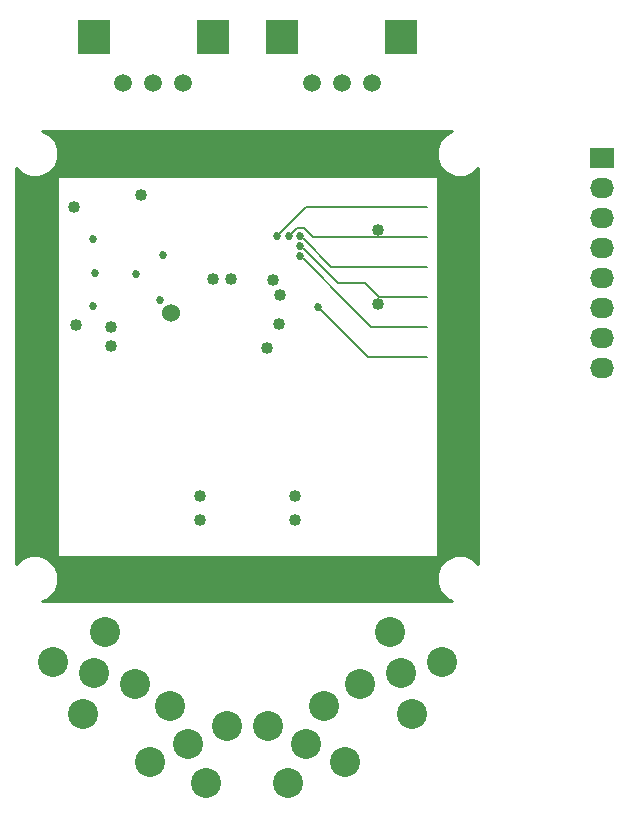
<source format=gbl>
G04 #@! TF.FileFunction,Copper,L4,Bot,Signal*
%FSLAX46Y46*%
G04 Gerber Fmt 4.6, Leading zero omitted, Abs format (unit mm)*
G04 Created by KiCad (PCBNEW (2016-04-26 BZR 6712)-product) date Friday, 13 May 2016 'amt' 09:44:12*
%MOMM*%
%LPD*%
G01*
G04 APERTURE LIST*
%ADD10C,0.100000*%
%ADD11R,2.032000X1.727200*%
%ADD12O,2.032000X1.727200*%
%ADD13C,0.685800*%
%ADD14C,2.540000*%
%ADD15C,1.500000*%
%ADD16R,2.800000X3.000000*%
%ADD17C,1.524000*%
%ADD18C,1.016000*%
%ADD19C,0.152400*%
%ADD20C,0.254000*%
G04 APERTURE END LIST*
D10*
D11*
X190000000Y-96380000D03*
D12*
X190000000Y-98920000D03*
X190000000Y-101460000D03*
X190000000Y-104000000D03*
X190000000Y-106540000D03*
X190000000Y-109080000D03*
X190000000Y-111620000D03*
X190000000Y-114160000D03*
D13*
X141000000Y-99000000D03*
X146900000Y-108900000D03*
X152600000Y-108400000D03*
X152900000Y-104600000D03*
X150600000Y-106200000D03*
X146900000Y-103200000D03*
D14*
X147000000Y-140000000D03*
X150469705Y-140929705D03*
X146070295Y-143469705D03*
X143530295Y-139070295D03*
X147929705Y-136530295D03*
X155000000Y-146000000D03*
X158255550Y-144481912D03*
X156518088Y-149255550D03*
X151744450Y-147518088D03*
X153481912Y-142744450D03*
X165000000Y-146000000D03*
X166518088Y-142744450D03*
X168255550Y-147518088D03*
X163481912Y-149255550D03*
X161744450Y-144481912D03*
X173000000Y-140000000D03*
X172070295Y-136530295D03*
X176469705Y-139070295D03*
X173929705Y-143469705D03*
X169530295Y-140929705D03*
D15*
X152040000Y-90000000D03*
X149500000Y-90000000D03*
X154580000Y-90000000D03*
D16*
X157090000Y-86170000D03*
X146990000Y-86170000D03*
D15*
X168000000Y-90000000D03*
X165460000Y-90000000D03*
X170540000Y-90000000D03*
D16*
X173050000Y-86170000D03*
X162950000Y-86170000D03*
D17*
X153500000Y-109500000D03*
D13*
X147100000Y-106100000D03*
D18*
X164000000Y-125000000D03*
X156000000Y-125000000D03*
X158600006Y-106600000D03*
X162800000Y-108000000D03*
X171050000Y-102500000D03*
X145300000Y-100500000D03*
X161700000Y-112500000D03*
X148500000Y-110700000D03*
X171050012Y-108700000D03*
X151000000Y-99500000D03*
X157100000Y-106600000D03*
X162200000Y-106700000D03*
X162700000Y-110400000D03*
X145500000Y-110500000D03*
X156000000Y-127000000D03*
X164000000Y-127000000D03*
X148500000Y-112300000D03*
D13*
X153500000Y-109500000D03*
X166000000Y-109000000D03*
X164499995Y-104676423D03*
X164500000Y-103000008D03*
X163500000Y-103000006D03*
X162500000Y-103000000D03*
X164499988Y-103838212D03*
D19*
X170200000Y-113200000D02*
X166342899Y-109342899D01*
X175250000Y-113200000D02*
X170200000Y-113200000D01*
X166342899Y-109342899D02*
X166000000Y-109000000D01*
X164842894Y-105019322D02*
X164499995Y-104676423D01*
X168701660Y-108878088D02*
X164842894Y-105019322D01*
X168709155Y-108878088D02*
X168701660Y-108878088D01*
X170491066Y-110660000D02*
X168709155Y-108878088D01*
X175250000Y-110660000D02*
X170491066Y-110660000D01*
X175250000Y-105580000D02*
X167079992Y-105580000D01*
X167079992Y-105580000D02*
X164842899Y-103342907D01*
X164842899Y-103342907D02*
X164500000Y-103000008D01*
X164195195Y-102304811D02*
X163842899Y-102657107D01*
X164827059Y-102304811D02*
X164195195Y-102304811D01*
X165562248Y-103040000D02*
X164827059Y-102304811D01*
X175250000Y-103040000D02*
X165562248Y-103040000D01*
X163842899Y-102657107D02*
X163500000Y-103000006D01*
X175250000Y-100500000D02*
X165000000Y-100500000D01*
X165000000Y-100500000D02*
X162842899Y-102657101D01*
X162842899Y-102657101D02*
X162500000Y-103000000D01*
X175250000Y-108120000D02*
X171120000Y-108120000D01*
X171120000Y-108120000D02*
X170000000Y-107000000D01*
X170000000Y-107000000D02*
X167661776Y-107000000D01*
X167661776Y-107000000D02*
X164842887Y-104181111D01*
X164842887Y-104181111D02*
X164499988Y-103838212D01*
D20*
G36*
X176879320Y-94319611D02*
X176321569Y-94876389D01*
X176019345Y-95604226D01*
X176018657Y-96392316D01*
X176319611Y-97120680D01*
X176876389Y-97678431D01*
X177604226Y-97980655D01*
X178392316Y-97981343D01*
X179120680Y-97680389D01*
X179544000Y-97257807D01*
X179544000Y-130742693D01*
X179123611Y-130321569D01*
X178395774Y-130019345D01*
X177607684Y-130018657D01*
X176879320Y-130319611D01*
X176321569Y-130876389D01*
X176019345Y-131604226D01*
X176018657Y-132392316D01*
X176319611Y-133120680D01*
X176876389Y-133678431D01*
X177344964Y-133873000D01*
X142654526Y-133873000D01*
X143120680Y-133680389D01*
X143678431Y-133123611D01*
X143980655Y-132395774D01*
X143981343Y-131607684D01*
X143680389Y-130879320D01*
X143123611Y-130321569D01*
X142395774Y-130019345D01*
X141607684Y-130018657D01*
X140879320Y-130319611D01*
X140456000Y-130742193D01*
X140456000Y-98000000D01*
X143873000Y-98000000D01*
X143873000Y-130000000D01*
X143882667Y-130048601D01*
X143910197Y-130089803D01*
X143951399Y-130117333D01*
X144000000Y-130127000D01*
X176000000Y-130127000D01*
X176048601Y-130117333D01*
X176089803Y-130089803D01*
X176117333Y-130048601D01*
X176127000Y-130000000D01*
X176127000Y-98000000D01*
X176117333Y-97951399D01*
X176089803Y-97910197D01*
X176048601Y-97882667D01*
X176000000Y-97873000D01*
X144000000Y-97873000D01*
X143951399Y-97882667D01*
X143910197Y-97910197D01*
X143882667Y-97951399D01*
X143873000Y-98000000D01*
X140456000Y-98000000D01*
X140456000Y-97257307D01*
X140876389Y-97678431D01*
X141604226Y-97980655D01*
X142392316Y-97981343D01*
X143120680Y-97680389D01*
X143678431Y-97123611D01*
X143980655Y-96395774D01*
X143981343Y-95607684D01*
X143680389Y-94879320D01*
X143123611Y-94321569D01*
X142655036Y-94127000D01*
X177345474Y-94127000D01*
X176879320Y-94319611D01*
X176879320Y-94319611D01*
G37*
X176879320Y-94319611D02*
X176321569Y-94876389D01*
X176019345Y-95604226D01*
X176018657Y-96392316D01*
X176319611Y-97120680D01*
X176876389Y-97678431D01*
X177604226Y-97980655D01*
X178392316Y-97981343D01*
X179120680Y-97680389D01*
X179544000Y-97257807D01*
X179544000Y-130742693D01*
X179123611Y-130321569D01*
X178395774Y-130019345D01*
X177607684Y-130018657D01*
X176879320Y-130319611D01*
X176321569Y-130876389D01*
X176019345Y-131604226D01*
X176018657Y-132392316D01*
X176319611Y-133120680D01*
X176876389Y-133678431D01*
X177344964Y-133873000D01*
X142654526Y-133873000D01*
X143120680Y-133680389D01*
X143678431Y-133123611D01*
X143980655Y-132395774D01*
X143981343Y-131607684D01*
X143680389Y-130879320D01*
X143123611Y-130321569D01*
X142395774Y-130019345D01*
X141607684Y-130018657D01*
X140879320Y-130319611D01*
X140456000Y-130742193D01*
X140456000Y-98000000D01*
X143873000Y-98000000D01*
X143873000Y-130000000D01*
X143882667Y-130048601D01*
X143910197Y-130089803D01*
X143951399Y-130117333D01*
X144000000Y-130127000D01*
X176000000Y-130127000D01*
X176048601Y-130117333D01*
X176089803Y-130089803D01*
X176117333Y-130048601D01*
X176127000Y-130000000D01*
X176127000Y-98000000D01*
X176117333Y-97951399D01*
X176089803Y-97910197D01*
X176048601Y-97882667D01*
X176000000Y-97873000D01*
X144000000Y-97873000D01*
X143951399Y-97882667D01*
X143910197Y-97910197D01*
X143882667Y-97951399D01*
X143873000Y-98000000D01*
X140456000Y-98000000D01*
X140456000Y-97257307D01*
X140876389Y-97678431D01*
X141604226Y-97980655D01*
X142392316Y-97981343D01*
X143120680Y-97680389D01*
X143678431Y-97123611D01*
X143980655Y-96395774D01*
X143981343Y-95607684D01*
X143680389Y-94879320D01*
X143123611Y-94321569D01*
X142655036Y-94127000D01*
X177345474Y-94127000D01*
X176879320Y-94319611D01*
M02*

</source>
